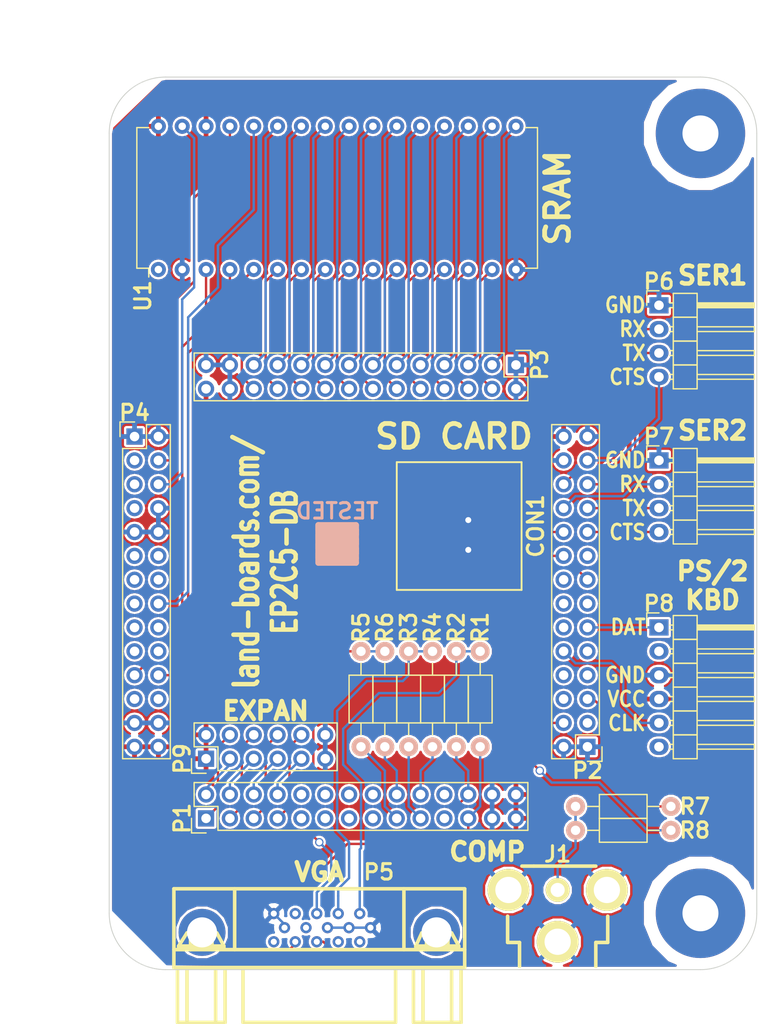
<source format=kicad_pcb>
(kicad_pcb (version 4) (host pcbnew "(after 2015-mar-04 BZR unknown)-product")
  (title_block (title "8-Channel Opto-Isolated Output I2C") (rev X1) (company land-boards.com))
  (layers (0 F.Cu signal) (31 B.Cu signal) (36 B.SilkS user) (37 F.SilkS user) (38 B.Mask user) (39 F.Mask user) (44 Edge.Cuts user))
  (net 0 "")
  (net 1 GND)
  (net 2 VCC)
  (net 3 /P63)
  (net 4 /P64)
  (net 5 /P65)
  (net 6 /P67)
  (net 7 /P71)
  (net 8 /P72)
  (net 9 /P112)
  (net 10 /P113)
  (net 11 /P114)
  (net 12 /P115)
  (net 13 /P118)
  (net 14 /P119)
  (net 15 /P120)
  (net 16 /P121)
  (net 17 /P122)
  (net 18 /P125)
  (net 19 /P126)
  (net 20 /P129)
  (net 21 /P132)
  (net 22 /P133)
  (net 23 /P134)
  (net 24 /P135)
  (net 25 /P136)
  (net 26 /P137)
  (net 27 /P139)
  (net 28 /P141)
  (net 29 /P142)
  (net 30 /P143)
  (net 31 /P8)
  (net 32 /P24)
  (net 33 /P30)
  (net 34 /P28)
  (net 35 /P4)
  (net 36 /P86)
  (net 37 /P87)
  (net 38 /P96)
  (net 39 /P99)
  (net 40 /P100)
  (net 41 /P101)
  (net 42 /P103)
  (net 43 /P104)
  (net 44 "Net-(P5-Pad3)")
  (net 45 "Net-(P5-Pad2)")
  (net 46 "Net-(P5-Pad1)")
  (net 47 "Net-(J1-Pad4)")
  (net 48 /P74)
  (net 49 /P75)
  (net 50 /P97)
  (net 51 /P94)
  (net 52 /P91)
  (net 53 /P40)
  (net 54 /P41)
  (net 55 /P42)
  (net 56 /P43)
  (net 57 /P44)
  (net 58 /P45)
  (net 59 /P47)
  (net 60 /P48)
  (module MTG-6-32 (layer F.Cu) (at 73 16 180)
    (fp_text reference MTG3 hide)
    (fp_text value MTG_HOLE hide)
    (pad 1 thru_hole circle (at 0 0 180) (size 9.525 9.525) (drill 3.8354) (layers *.Cu *.Mask) (clearance 1.27))
  )
  (module MTG-6-32 (layer F.Cu) (at 73 99 180)
    (fp_text reference MTG1 hide)
    (fp_text value MTG_HOLE hide)
    (pad 1 thru_hole circle (at 0 0 180) (size 9.525 9.525) (drill 3.8354) (layers *.Cu *.Mask) (clearance 1.27))
  )
  (module Pin_Headers:Pin_Header_Straight_2x14 (layer F.Cu) (at 20.32 88.9 90)
    (fp_text reference P1 (at 0 -2.54 90) (layer F.SilkS) (effects (font (size 1.651 1.651) (thickness 0.3175))))
    (fp_text value CONN_02X14 hide)
    (pad 1 thru_hole rect (at 0 0 90) (size 1.7272 1.7272) (drill 1.016) (layers *.Cu *.Mask) (net 53 /P40))
    (pad 2 thru_hole oval (at 2.54 0 90) (size 1.7272 1.7272) (drill 1.016) (layers *.Cu *.Mask) (net 54 /P41))
    (pad 3 thru_hole oval (at 0 2.54 90) (size 1.7272 1.7272) (drill 1.016) (layers *.Cu *.Mask) (net 55 /P42))
    (pad 4 thru_hole oval (at 2.54 2.54 90) (size 1.7272 1.7272) (drill 1.016) (layers *.Cu *.Mask) (net 56 /P43))
    (pad 5 thru_hole oval (at 0 5.08 90) (size 1.7272 1.7272) (drill 1.016) (layers *.Cu *.Mask) (net 57 /P44))
    (pad 6 thru_hole oval (at 2.54 5.08 90) (size 1.7272 1.7272) (drill 1.016) (layers *.Cu *.Mask) (net 58 /P45))
    (pad 7 thru_hole oval (at 0 7.62 90) (size 1.7272 1.7272) (drill 1.016) (layers *.Cu *.Mask) (net 59 /P47))
    (pad 8 thru_hole oval (at 2.54 7.62 90) (size 1.7272 1.7272) (drill 1.016) (layers *.Cu *.Mask) (net 60 /P48))
    (pad 9 thru_hole oval (at 0 10.16 90) (size 1.7272 1.7272) (drill 1.016) (layers *.Cu *.Mask))
    (pad 10 thru_hole oval (at 2.54 10.16 90) (size 1.7272 1.7272) (drill 1.016) (layers *.Cu *.Mask))
    (pad 11 thru_hole oval (at 0 12.7 90) (size 1.7272 1.7272) (drill 1.016) (layers *.Cu *.Mask))
    (pad 12 thru_hole oval (at 2.54 12.7 90) (size 1.7272 1.7272) (drill 1.016) (layers *.Cu *.Mask))
    (pad 13 thru_hole oval (at 0 15.24 90) (size 1.7272 1.7272) (drill 1.016) (layers *.Cu *.Mask))
    (pad 14 thru_hole oval (at 2.54 15.24 90) (size 1.7272 1.7272) (drill 1.016) (layers *.Cu *.Mask))
    (pad 15 thru_hole oval (at 0 17.78 90) (size 1.7272 1.7272) (drill 1.016) (layers *.Cu *.Mask))
    (pad 16 thru_hole oval (at 2.54 17.78 90) (size 1.7272 1.7272) (drill 1.016) (layers *.Cu *.Mask))
    (pad 17 thru_hole oval (at 0 20.32 90) (size 1.7272 1.7272) (drill 1.016) (layers *.Cu *.Mask) (net 3 /P63))
    (pad 18 thru_hole oval (at 2.54 20.32 90) (size 1.7272 1.7272) (drill 1.016) (layers *.Cu *.Mask) (net 4 /P64))
    (pad 19 thru_hole oval (at 0 22.86 90) (size 1.7272 1.7272) (drill 1.016) (layers *.Cu *.Mask) (net 5 /P65))
    (pad 20 thru_hole oval (at 2.54 22.86 90) (size 1.7272 1.7272) (drill 1.016) (layers *.Cu *.Mask) (net 6 /P67))
    (pad 21 thru_hole oval (at 0 25.4 90) (size 1.7272 1.7272) (drill 1.016) (layers *.Cu *.Mask))
    (pad 22 thru_hole oval (at 2.54 25.4 90) (size 1.7272 1.7272) (drill 1.016) (layers *.Cu *.Mask))
    (pad 23 thru_hole oval (at 0 27.94 90) (size 1.7272 1.7272) (drill 1.016) (layers *.Cu *.Mask) (net 7 /P71))
    (pad 24 thru_hole oval (at 2.54 27.94 90) (size 1.7272 1.7272) (drill 1.016) (layers *.Cu *.Mask) (net 8 /P72))
    (pad 25 thru_hole oval (at 0 30.48 90) (size 1.7272 1.7272) (drill 1.016) (layers *.Cu *.Mask) (net 1 GND))
    (pad 26 thru_hole oval (at 2.54 30.48 90) (size 1.7272 1.7272) (drill 1.016) (layers *.Cu *.Mask) (net 1 GND))
    (pad 27 thru_hole oval (at 0 33.02 90) (size 1.7272 1.7272) (drill 1.016) (layers *.Cu *.Mask) (net 2 VCC))
    (pad 28 thru_hole oval (at 2.54 33.02 90) (size 1.7272 1.7272) (drill 1.016) (layers *.Cu *.Mask) (net 2 VCC))
  )
  (module Pin_Headers:Pin_Header_Straight_2x14 (layer F.Cu) (at 60.96 81.28 180)
    (fp_text reference P2 (at 0 -2.54 180) (layer F.SilkS) (effects (font (size 1.651 1.651) (thickness 0.3175))))
    (fp_text value CONN_02X14 hide)
    (pad 1 thru_hole rect (at 0 0 180) (size 1.7272 1.7272) (drill 1.016) (layers *.Cu *.Mask) (net 1 GND))
    (pad 2 thru_hole oval (at 2.54 0 180) (size 1.7272 1.7272) (drill 1.016) (layers *.Cu *.Mask) (net 1 GND))
    (pad 3 thru_hole oval (at 0 2.54 180) (size 1.7272 1.7272) (drill 1.016) (layers *.Cu *.Mask))
    (pad 4 thru_hole oval (at 2.54 2.54 180) (size 1.7272 1.7272) (drill 1.016) (layers *.Cu *.Mask) (net 48 /P74))
    (pad 5 thru_hole oval (at 0 5.08 180) (size 1.7272 1.7272) (drill 1.016) (layers *.Cu *.Mask) (net 49 /P75))
    (pad 6 thru_hole oval (at 2.54 5.08 180) (size 1.7272 1.7272) (drill 1.016) (layers *.Cu *.Mask))
    (pad 7 thru_hole oval (at 0 7.62 180) (size 1.7272 1.7272) (drill 1.016) (layers *.Cu *.Mask))
    (pad 8 thru_hole oval (at 2.54 7.62 180) (size 1.7272 1.7272) (drill 1.016) (layers *.Cu *.Mask))
    (pad 9 thru_hole oval (at 0 10.16 180) (size 1.7272 1.7272) (drill 1.016) (layers *.Cu *.Mask))
    (pad 10 thru_hole oval (at 2.54 10.16 180) (size 1.7272 1.7272) (drill 1.016) (layers *.Cu *.Mask) (net 36 /P86))
    (pad 11 thru_hole oval (at 0 12.7 180) (size 1.7272 1.7272) (drill 1.016) (layers *.Cu *.Mask) (net 37 /P87))
    (pad 12 thru_hole oval (at 2.54 12.7 180) (size 1.7272 1.7272) (drill 1.016) (layers *.Cu *.Mask))
    (pad 13 thru_hole oval (at 0 15.24 180) (size 1.7272 1.7272) (drill 1.016) (layers *.Cu *.Mask))
    (pad 14 thru_hole oval (at 2.54 15.24 180) (size 1.7272 1.7272) (drill 1.016) (layers *.Cu *.Mask))
    (pad 15 thru_hole oval (at 0 17.78 180) (size 1.7272 1.7272) (drill 1.016) (layers *.Cu *.Mask) (net 52 /P91))
    (pad 16 thru_hole oval (at 2.54 17.78 180) (size 1.7272 1.7272) (drill 1.016) (layers *.Cu *.Mask))
    (pad 17 thru_hole oval (at 0 20.32 180) (size 1.7272 1.7272) (drill 1.016) (layers *.Cu *.Mask))
    (pad 18 thru_hole oval (at 2.54 20.32 180) (size 1.7272 1.7272) (drill 1.016) (layers *.Cu *.Mask) (net 51 /P94))
    (pad 19 thru_hole oval (at 0 22.86 180) (size 1.7272 1.7272) (drill 1.016) (layers *.Cu *.Mask) (net 38 /P96))
    (pad 20 thru_hole oval (at 2.54 22.86 180) (size 1.7272 1.7272) (drill 1.016) (layers *.Cu *.Mask) (net 50 /P97))
    (pad 21 thru_hole oval (at 0 25.4 180) (size 1.7272 1.7272) (drill 1.016) (layers *.Cu *.Mask) (net 39 /P99))
    (pad 22 thru_hole oval (at 2.54 25.4 180) (size 1.7272 1.7272) (drill 1.016) (layers *.Cu *.Mask) (net 40 /P100))
    (pad 23 thru_hole oval (at 0 27.94 180) (size 1.7272 1.7272) (drill 1.016) (layers *.Cu *.Mask) (net 41 /P101))
    (pad 24 thru_hole oval (at 2.54 27.94 180) (size 1.7272 1.7272) (drill 1.016) (layers *.Cu *.Mask) (net 42 /P103))
    (pad 25 thru_hole oval (at 0 30.48 180) (size 1.7272 1.7272) (drill 1.016) (layers *.Cu *.Mask) (net 43 /P104))
    (pad 26 thru_hole oval (at 2.54 30.48 180) (size 1.7272 1.7272) (drill 1.016) (layers *.Cu *.Mask) (net 1 GND))
    (pad 27 thru_hole oval (at 0 33.02 180) (size 1.7272 1.7272) (drill 1.016) (layers *.Cu *.Mask) (net 1 GND))
    (pad 28 thru_hole oval (at 2.54 33.02 180) (size 1.7272 1.7272) (drill 1.016) (layers *.Cu *.Mask) (net 2 VCC))
  )
  (module Pin_Headers:Pin_Header_Straight_2x14 (layer F.Cu) (at 53.34 40.64 270)
    (fp_text reference P3 (at 0 -2.54 270) (layer F.SilkS) (effects (font (size 1.651 1.651) (thickness 0.3175))))
    (fp_text value CONN_02X14 hide)
    (pad 1 thru_hole rect (at 0 0 270) (size 1.7272 1.7272) (drill 1.016) (layers *.Cu *.Mask) (net 1 GND))
    (pad 2 thru_hole oval (at 2.54 0 270) (size 1.7272 1.7272) (drill 1.016) (layers *.Cu *.Mask) (net 1 GND))
    (pad 3 thru_hole oval (at 0 2.54 270) (size 1.7272 1.7272) (drill 1.016) (layers *.Cu *.Mask) (net 9 /P112))
    (pad 4 thru_hole oval (at 2.54 2.54 270) (size 1.7272 1.7272) (drill 1.016) (layers *.Cu *.Mask) (net 10 /P113))
    (pad 5 thru_hole oval (at 0 5.08 270) (size 1.7272 1.7272) (drill 1.016) (layers *.Cu *.Mask) (net 11 /P114))
    (pad 6 thru_hole oval (at 2.54 5.08 270) (size 1.7272 1.7272) (drill 1.016) (layers *.Cu *.Mask) (net 12 /P115))
    (pad 7 thru_hole oval (at 0 7.62 270) (size 1.7272 1.7272) (drill 1.016) (layers *.Cu *.Mask) (net 13 /P118))
    (pad 8 thru_hole oval (at 2.54 7.62 270) (size 1.7272 1.7272) (drill 1.016) (layers *.Cu *.Mask) (net 14 /P119))
    (pad 9 thru_hole oval (at 0 10.16 270) (size 1.7272 1.7272) (drill 1.016) (layers *.Cu *.Mask) (net 15 /P120))
    (pad 10 thru_hole oval (at 2.54 10.16 270) (size 1.7272 1.7272) (drill 1.016) (layers *.Cu *.Mask) (net 16 /P121))
    (pad 11 thru_hole oval (at 0 12.7 270) (size 1.7272 1.7272) (drill 1.016) (layers *.Cu *.Mask) (net 17 /P122))
    (pad 12 thru_hole oval (at 2.54 12.7 270) (size 1.7272 1.7272) (drill 1.016) (layers *.Cu *.Mask) (net 18 /P125))
    (pad 13 thru_hole oval (at 0 15.24 270) (size 1.7272 1.7272) (drill 1.016) (layers *.Cu *.Mask) (net 19 /P126))
    (pad 14 thru_hole oval (at 2.54 15.24 270) (size 1.7272 1.7272) (drill 1.016) (layers *.Cu *.Mask) (net 20 /P129))
    (pad 15 thru_hole oval (at 0 17.78 270) (size 1.7272 1.7272) (drill 1.016) (layers *.Cu *.Mask) (net 21 /P132))
    (pad 16 thru_hole oval (at 2.54 17.78 270) (size 1.7272 1.7272) (drill 1.016) (layers *.Cu *.Mask) (net 22 /P133))
    (pad 17 thru_hole oval (at 0 20.32 270) (size 1.7272 1.7272) (drill 1.016) (layers *.Cu *.Mask) (net 23 /P134))
    (pad 18 thru_hole oval (at 2.54 20.32 270) (size 1.7272 1.7272) (drill 1.016) (layers *.Cu *.Mask) (net 24 /P135))
    (pad 19 thru_hole oval (at 0 22.86 270) (size 1.7272 1.7272) (drill 1.016) (layers *.Cu *.Mask) (net 25 /P136))
    (pad 20 thru_hole oval (at 2.54 22.86 270) (size 1.7272 1.7272) (drill 1.016) (layers *.Cu *.Mask) (net 26 /P137))
    (pad 21 thru_hole oval (at 0 25.4 270) (size 1.7272 1.7272) (drill 1.016) (layers *.Cu *.Mask) (net 27 /P139))
    (pad 22 thru_hole oval (at 2.54 25.4 270) (size 1.7272 1.7272) (drill 1.016) (layers *.Cu *.Mask) (net 28 /P141))
    (pad 23 thru_hole oval (at 0 27.94 270) (size 1.7272 1.7272) (drill 1.016) (layers *.Cu *.Mask) (net 29 /P142))
    (pad 24 thru_hole oval (at 2.54 27.94 270) (size 1.7272 1.7272) (drill 1.016) (layers *.Cu *.Mask) (net 30 /P143))
    (pad 25 thru_hole oval (at 0 30.48 270) (size 1.7272 1.7272) (drill 1.016) (layers *.Cu *.Mask) (net 1 GND))
    (pad 26 thru_hole oval (at 2.54 30.48 270) (size 1.7272 1.7272) (drill 1.016) (layers *.Cu *.Mask) (net 1 GND))
    (pad 27 thru_hole oval (at 0 33.02 270) (size 1.7272 1.7272) (drill 1.016) (layers *.Cu *.Mask) (net 1 GND))
    (pad 28 thru_hole oval (at 2.54 33.02 270) (size 1.7272 1.7272) (drill 1.016) (layers *.Cu *.Mask) (net 2 VCC))
  )
  (module Pin_Headers:Pin_Header_Straight_2x14 (layer F.Cu) (at 12.7 48.26)
    (fp_text reference P4 (at 0 -2.54) (layer F.SilkS) (effects (font (size 1.651 1.651) (thickness 0.3175))))
    (fp_text value CONN_02X14 hide)
    (pad 1 thru_hole rect (at 0 0) (size 1.7272 1.7272) (drill 1.016) (layers *.Cu *.Mask) (net 1 GND))
    (pad 2 thru_hole oval (at 2.54 0) (size 1.7272 1.7272) (drill 1.016) (layers *.Cu *.Mask) (net 1 GND))
    (pad 3 thru_hole oval (at 0 2.54) (size 1.7272 1.7272) (drill 1.016) (layers *.Cu *.Mask))
    (pad 4 thru_hole oval (at 2.54 2.54) (size 1.7272 1.7272) (drill 1.016) (layers *.Cu *.Mask) (net 35 /P4))
    (pad 5 thru_hole oval (at 0 5.08) (size 1.7272 1.7272) (drill 1.016) (layers *.Cu *.Mask))
    (pad 6 thru_hole oval (at 2.54 5.08) (size 1.7272 1.7272) (drill 1.016) (layers *.Cu *.Mask) (net 31 /P8))
    (pad 7 thru_hole oval (at 0 7.62) (size 1.7272 1.7272) (drill 1.016) (layers *.Cu *.Mask))
    (pad 8 thru_hole oval (at 2.54 7.62) (size 1.7272 1.7272) (drill 1.016) (layers *.Cu *.Mask) (net 1 GND))
    (pad 9 thru_hole oval (at 0 10.16) (size 1.7272 1.7272) (drill 1.016) (layers *.Cu *.Mask) (net 1 GND))
    (pad 10 thru_hole oval (at 2.54 10.16) (size 1.7272 1.7272) (drill 1.016) (layers *.Cu *.Mask) (net 1 GND))
    (pad 11 thru_hole oval (at 0 12.7) (size 1.7272 1.7272) (drill 1.016) (layers *.Cu *.Mask))
    (pad 12 thru_hole oval (at 2.54 12.7) (size 1.7272 1.7272) (drill 1.016) (layers *.Cu *.Mask))
    (pad 13 thru_hole oval (at 0 15.24) (size 1.7272 1.7272) (drill 1.016) (layers *.Cu *.Mask))
    (pad 14 thru_hole oval (at 2.54 15.24) (size 1.7272 1.7272) (drill 1.016) (layers *.Cu *.Mask))
    (pad 15 thru_hole oval (at 0 17.78) (size 1.7272 1.7272) (drill 1.016) (layers *.Cu *.Mask))
    (pad 16 thru_hole oval (at 2.54 17.78) (size 1.7272 1.7272) (drill 1.016) (layers *.Cu *.Mask) (net 32 /P24))
    (pad 17 thru_hole oval (at 0 20.32) (size 1.7272 1.7272) (drill 1.016) (layers *.Cu *.Mask))
    (pad 18 thru_hole oval (at 2.54 20.32) (size 1.7272 1.7272) (drill 1.016) (layers *.Cu *.Mask))
    (pad 19 thru_hole oval (at 0 22.86) (size 1.7272 1.7272) (drill 1.016) (layers *.Cu *.Mask))
    (pad 20 thru_hole oval (at 2.54 22.86) (size 1.7272 1.7272) (drill 1.016) (layers *.Cu *.Mask))
    (pad 21 thru_hole oval (at 0 25.4) (size 1.7272 1.7272) (drill 1.016) (layers *.Cu *.Mask) (net 33 /P30))
    (pad 22 thru_hole oval (at 2.54 25.4) (size 1.7272 1.7272) (drill 1.016) (layers *.Cu *.Mask) (net 34 /P28))
    (pad 23 thru_hole oval (at 0 27.94) (size 1.7272 1.7272) (drill 1.016) (layers *.Cu *.Mask))
    (pad 24 thru_hole oval (at 2.54 27.94) (size 1.7272 1.7272) (drill 1.016) (layers *.Cu *.Mask))
    (pad 25 thru_hole oval (at 0 30.48) (size 1.7272 1.7272) (drill 1.016) (layers *.Cu *.Mask) (net 1 GND))
    (pad 26 thru_hole oval (at 2.54 30.48) (size 1.7272 1.7272) (drill 1.016) (layers *.Cu *.Mask) (net 1 GND))
    (pad 27 thru_hole oval (at 0 33.02) (size 1.7272 1.7272) (drill 1.016) (layers *.Cu *.Mask) (net 2 VCC))
    (pad 28 thru_hole oval (at 2.54 33.02) (size 1.7272 1.7272) (drill 1.016) (layers *.Cu *.Mask) (net 2 VCC))
  )
  (module DougsNewMods:TEST_BLK-REAR (layer F.Cu) (at 34.29 59.69)
    (fp_text reference TESTED (at 0 -3.5) (layer B.SilkS) (effects (font (size 1.651 1.651) (thickness 0.3175)) (justify mirror)))
    (fp_text value TESTED_COUPON hide)
  )
  (module Housings_DIP:DIP-32_W15.24mm (layer F.Cu) (at 15.24 30.48 90)
    (fp_text reference U1 (at -2.8194 -1.651 90) (layer F.SilkS) (effects (font (size 1.651 1.651) (thickness 0.3175))))
    (fp_text value AS6C1008 hide)
    (pad 1 thru_hole oval (at 0 0 90) (size 1.6 1.6) (drill 0.8) (layers *.Cu *.Mask))
    (pad 2 thru_hole oval (at 0 2.54 90) (size 1.6 1.6) (drill 0.8) (layers *.Cu *.Mask) (net 1 GND))
    (pad 3 thru_hole oval (at 0 5.08 90) (size 1.6 1.6) (drill 0.8) (layers *.Cu *.Mask) (net 33 /P30))
    (pad 4 thru_hole oval (at 0 7.62 90) (size 1.6 1.6) (drill 0.8) (layers *.Cu *.Mask) (net 34 /P28))
    (pad 5 thru_hole oval (at 0 10.16 90) (size 1.6 1.6) (drill 0.8) (layers *.Cu *.Mask) (net 30 /P143))
    (pad 6 thru_hole oval (at 0 12.7 90) (size 1.6 1.6) (drill 0.8) (layers *.Cu *.Mask) (net 28 /P141))
    (pad 7 thru_hole oval (at 0 15.24 90) (size 1.6 1.6) (drill 0.8) (layers *.Cu *.Mask) (net 26 /P137))
    (pad 8 thru_hole oval (at 0 17.78 90) (size 1.6 1.6) (drill 0.8) (layers *.Cu *.Mask) (net 24 /P135))
    (pad 9 thru_hole oval (at 0 20.32 90) (size 1.6 1.6) (drill 0.8) (layers *.Cu *.Mask) (net 22 /P133))
    (pad 10 thru_hole oval (at 0 22.86 90) (size 1.6 1.6) (drill 0.8) (layers *.Cu *.Mask) (net 20 /P129))
    (pad 11 thru_hole oval (at 0 25.4 90) (size 1.6 1.6) (drill 0.8) (layers *.Cu *.Mask) (net 18 /P125))
    (pad 12 thru_hole oval (at 0 27.94 90) (size 1.6 1.6) (drill 0.8) (layers *.Cu *.Mask) (net 16 /P121))
    (pad 13 thru_hole oval (at 0 30.48 90) (size 1.6 1.6) (drill 0.8) (layers *.Cu *.Mask) (net 14 /P119))
    (pad 14 thru_hole oval (at 0 33.02 90) (size 1.6 1.6) (drill 0.8) (layers *.Cu *.Mask) (net 12 /P115))
    (pad 15 thru_hole oval (at 0 35.56 90) (size 1.6 1.6) (drill 0.8) (layers *.Cu *.Mask) (net 10 /P113))
    (pad 16 thru_hole oval (at 0 38.1 90) (size 1.6 1.6) (drill 0.8) (layers *.Cu *.Mask) (net 1 GND))
    (pad 17 thru_hole oval (at 15.24 38.1 90) (size 1.6 1.6) (drill 0.8) (layers *.Cu *.Mask) (net 9 /P112))
    (pad 18 thru_hole oval (at 15.24 35.56 90) (size 1.6 1.6) (drill 0.8) (layers *.Cu *.Mask) (net 11 /P114))
    (pad 19 thru_hole oval (at 15.24 33.02 90) (size 1.6 1.6) (drill 0.8) (layers *.Cu *.Mask) (net 13 /P118))
    (pad 20 thru_hole oval (at 15.24 30.48 90) (size 1.6 1.6) (drill 0.8) (layers *.Cu *.Mask) (net 15 /P120))
    (pad 21 thru_hole oval (at 15.24 27.94 90) (size 1.6 1.6) (drill 0.8) (layers *.Cu *.Mask) (net 17 /P122))
    (pad 22 thru_hole oval (at 15.24 25.4 90) (size 1.6 1.6) (drill 0.8) (layers *.Cu *.Mask) (net 19 /P126))
    (pad 23 thru_hole oval (at 15.24 22.86 90) (size 1.6 1.6) (drill 0.8) (layers *.Cu *.Mask) (net 21 /P132))
    (pad 24 thru_hole oval (at 15.24 20.32 90) (size 1.6 1.6) (drill 0.8) (layers *.Cu *.Mask) (net 23 /P134))
    (pad 25 thru_hole oval (at 15.24 17.78 90) (size 1.6 1.6) (drill 0.8) (layers *.Cu *.Mask) (net 25 /P136))
    (pad 26 thru_hole oval (at 15.24 15.24 90) (size 1.6 1.6) (drill 0.8) (layers *.Cu *.Mask) (net 27 /P139))
    (pad 27 thru_hole oval (at 15.24 12.7 90) (size 1.6 1.6) (drill 0.8) (layers *.Cu *.Mask) (net 29 /P142))
    (pad 28 thru_hole oval (at 15.24 10.16 90) (size 1.6 1.6) (drill 0.8) (layers *.Cu *.Mask) (net 32 /P24))
    (pad 29 thru_hole oval (at 15.24 7.62 90) (size 1.6 1.6) (drill 0.8) (layers *.Cu *.Mask) (net 35 /P4))
    (pad 30 thru_hole oval (at 15.24 5.08 90) (size 1.6 1.6) (drill 0.8) (layers *.Cu *.Mask) (net 2 VCC))
    (pad 31 thru_hole oval (at 15.24 2.54 90) (size 1.6 1.6) (drill 0.8) (layers *.Cu *.Mask) (net 31 /P8))
    (pad 32 thru_hole oval (at 15.24 0 90) (size 1.6 1.6) (drill 0.8) (layers *.Cu *.Mask) (net 2 VCC))
  )
  (module Resistors_ThroughHole:Resistor_Horizontal_RM10mm (layer F.Cu) (at 49.53 81.28 90)
    (fp_text reference R1 (at 12.7 0 270) (layer F.SilkS) (effects (font (size 1.651 1.651) (thickness 0.3175))))
    (fp_text value 470 hide)
    (pad 1 thru_hole circle (at 0 0 90) (size 1.99898 1.99898) (drill 1.00076) (layers *.Cu *.SilkS *.Mask) (net 7 /P71))
    (pad 2 thru_hole circle (at 10.16 0 90) (size 1.99898 1.99898) (drill 1.00076) (layers *.Cu *.SilkS *.Mask) (net 46 "Net-(P5-Pad1)"))
  )
  (module Resistors_ThroughHole:Resistor_Horizontal_RM10mm (layer F.Cu) (at 46.99 81.28 90)
    (fp_text reference R2 (at 12.7 0 270) (layer F.SilkS) (effects (font (size 1.651 1.651) (thickness 0.3175))))
    (fp_text value 680 hide)
    (pad 1 thru_hole circle (at 0 0 90) (size 1.99898 1.99898) (drill 1.00076) (layers *.Cu *.SilkS *.Mask) (net 8 /P72))
    (pad 2 thru_hole circle (at 10.16 0 90) (size 1.99898 1.99898) (drill 1.00076) (layers *.Cu *.SilkS *.Mask) (net 46 "Net-(P5-Pad1)"))
  )
  (module Resistors_ThroughHole:Resistor_Horizontal_RM10mm (layer F.Cu) (at 41.91 81.28 90)
    (fp_text reference R3 (at 12.7 0 270) (layer F.SilkS) (effects (font (size 1.651 1.651) (thickness 0.3175))))
    (fp_text value 470 hide)
    (pad 1 thru_hole circle (at 0 0 90) (size 1.99898 1.99898) (drill 1.00076) (layers *.Cu *.SilkS *.Mask) (net 5 /P65))
    (pad 2 thru_hole circle (at 10.16 0 90) (size 1.99898 1.99898) (drill 1.00076) (layers *.Cu *.SilkS *.Mask) (net 45 "Net-(P5-Pad2)"))
  )
  (module Resistors_ThroughHole:Resistor_Horizontal_RM10mm (layer F.Cu) (at 44.45 81.28 90)
    (fp_text reference R4 (at 12.7 0 270) (layer F.SilkS) (effects (font (size 1.651 1.651) (thickness 0.3175))))
    (fp_text value 680 hide)
    (pad 1 thru_hole circle (at 0 0 90) (size 1.99898 1.99898) (drill 1.00076) (layers *.Cu *.SilkS *.Mask) (net 6 /P67))
    (pad 2 thru_hole circle (at 10.16 0 90) (size 1.99898 1.99898) (drill 1.00076) (layers *.Cu *.SilkS *.Mask) (net 45 "Net-(P5-Pad2)"))
  )
  (module Resistors_ThroughHole:Resistor_Horizontal_RM10mm (layer F.Cu) (at 36.83 81.28 90)
    (fp_text reference R5 (at 12.7 0.0127 270) (layer F.SilkS) (effects (font (size 1.651 1.651) (thickness 0.3175))))
    (fp_text value 480 hide)
    (pad 1 thru_hole circle (at 0 0 90) (size 1.99898 1.99898) (drill 1.00076) (layers *.Cu *.SilkS *.Mask) (net 3 /P63))
    (pad 2 thru_hole circle (at 10.16 0 90) (size 1.99898 1.99898) (drill 1.00076) (layers *.Cu *.SilkS *.Mask) (net 44 "Net-(P5-Pad3)"))
  )
  (module Resistors_ThroughHole:Resistor_Horizontal_RM10mm (layer F.Cu) (at 39.37 81.28 90)
    (fp_text reference R6 (at 12.7 -0.0127 270) (layer F.SilkS) (effects (font (size 1.651 1.651) (thickness 0.3175))))
    (fp_text value 680 hide)
    (pad 1 thru_hole circle (at 0 0 90) (size 1.99898 1.99898) (drill 1.00076) (layers *.Cu *.SilkS *.Mask) (net 4 /P64))
    (pad 2 thru_hole circle (at 10.16 0 90) (size 1.99898 1.99898) (drill 1.00076) (layers *.Cu *.SilkS *.Mask) (net 44 "Net-(P5-Pad3)"))
  )
  (module w_conn_pc:DB_15F-VGA (layer F.Cu) (at 32.385 103.505)
    (fp_text reference P5 (at 6.35 -8.89) (layer F.SilkS) (effects (font (size 1.651 1.651) (thickness 0.3175))))
    (fp_text value VGA (at 0 -8.89) (layer F.SilkS) (effects (font (size 1.905 1.905) (thickness 0.47625))))
    (pad "" thru_hole circle (at 12.49426 -2.47142) (size 5.00126 5.00126) (drill 3.2004) (layers *.Cu *.Mask))
    (pad 3 thru_hole circle (at -0.2667 -4.4704) (size 1.19888 1.19888) (drill 0.65024) (layers *.Cu *.Mask) (net 44 "Net-(P5-Pad3)"))
    (pad 2 thru_hole circle (at 2.0193 -4.4704) (size 1.19888 1.19888) (drill 0.65024) (layers *.Cu *.Mask) (net 45 "Net-(P5-Pad2)"))
    (pad 1 thru_hole circle (at 4.31038 -4.4704) (size 1.19888 1.19888) (drill 0.65024) (layers *.Cu *.Mask) (net 46 "Net-(P5-Pad1)"))
    (pad 4 thru_hole circle (at -2.56032 -4.4704) (size 1.19888 1.19888) (drill 0.65024) (layers *.Cu *.Mask))
    (pad 5 thru_hole circle (at -4.84886 -4.4704) (size 1.19888 1.19888) (drill 0.65024) (layers *.Cu *.Mask) (net 1 GND))
    (pad 9 thru_hole circle (at -1.41478 -2.9718) (size 1.19888 1.19888) (drill 0.65024) (layers *.Cu *.Mask))
    (pad 8 thru_hole circle (at 0.87376 -2.9718) (size 1.19888 1.19888) (drill 0.65024) (layers *.Cu *.Mask) (net 1 GND))
    (pad 7 thru_hole circle (at 3.16484 -2.9718) (size 1.19888 1.19888) (drill 0.65024) (layers *.Cu *.Mask) (net 1 GND))
    (pad 6 thru_hole circle (at 5.45592 -2.9718) (size 1.19888 1.19888) (drill 0.65024) (layers *.Cu *.Mask) (net 1 GND))
    (pad "" thru_hole circle (at -12.49426 -2.47142) (size 5.00126 5.00126) (drill 3.2004) (layers *.Cu *.Mask))
    (pad 10 thru_hole circle (at -3.70586 -2.9718) (size 1.19888 1.19888) (drill 0.65024) (layers *.Cu *.Mask) (net 1 GND))
    (pad 11 thru_hole circle (at 4.31038 -1.47066) (size 1.19888 1.19888) (drill 0.65024) (layers *.Cu *.Mask))
    (pad 12 thru_hole circle (at 2.0193 -1.47066) (size 1.19888 1.19888) (drill 0.65024) (layers *.Cu *.Mask))
    (pad 13 thru_hole circle (at -0.26924 -1.4732) (size 1.19888 1.19888) (drill 0.65024) (layers *.Cu *.Mask) (net 7 /P71))
    (pad 14 thru_hole circle (at -2.56032 -1.47066) (size 1.19888 1.19888) (drill 0.65024) (layers *.Cu *.Mask) (net 8 /P72))
    (pad 15 thru_hole circle (at -4.84886 -1.47066) (size 1.19888 1.19888) (drill 0.65024) (layers *.Cu *.Mask))
  )
  (module Pin_Headers:Pin_Header_Angled_1x04 (layer F.Cu) (at 68.58 34.29)
    (fp_text reference P6 (at 0 -2.54) (layer F.SilkS) (effects (font (size 1.651 1.651) (thickness 0.3175))))
    (fp_text value CONN_01X04 hide)
    (pad 1 thru_hole rect (at 0 0) (size 2.032 1.7272) (drill 1.016) (layers *.Cu *.Mask) (net 1 GND))
    (pad 2 thru_hole oval (at 0 2.54) (size 2.032 1.7272) (drill 1.016) (layers *.Cu *.Mask) (net 42 /P103))
    (pad 3 thru_hole oval (at 0 5.08) (size 2.032 1.7272) (drill 1.016) (layers *.Cu *.Mask) (net 41 /P101))
    (pad 4 thru_hole oval (at 0 7.62) (size 2.032 1.7272) (drill 1.016) (layers *.Cu *.Mask) (net 43 /P104))
  )
  (module Pin_Headers:Pin_Header_Angled_1x04 (layer F.Cu) (at 68.58 50.8)
    (fp_text reference P7 (at 0 -2.54) (layer F.SilkS) (effects (font (size 1.651 1.651) (thickness 0.3175))))
    (fp_text value CONN_01X04 hide)
    (pad 1 thru_hole rect (at 0 0) (size 2.032 1.7272) (drill 1.016) (layers *.Cu *.Mask) (net 1 GND))
    (pad 2 thru_hole oval (at 0 2.54) (size 2.032 1.7272) (drill 1.016) (layers *.Cu *.Mask) (net 40 /P100))
    (pad 3 thru_hole oval (at 0 5.08) (size 2.032 1.7272) (drill 1.016) (layers *.Cu *.Mask) (net 39 /P99))
    (pad 4 thru_hole oval (at 0 7.62) (size 2.032 1.7272) (drill 1.016) (layers *.Cu *.Mask) (net 38 /P96))
  )
  (module Pin_Headers:Pin_Header_Angled_1x06 (layer F.Cu) (at 68.58 68.58)
    (fp_text reference P8 (at 0 -2.54) (layer F.SilkS) (effects (font (size 1.651 1.651) (thickness 0.3175))))
    (fp_text value CONN_01X06 hide)
    (pad 1 thru_hole rect (at 0 0) (size 2.032 1.7272) (drill 1.016) (layers *.Cu *.Mask) (net 37 /P87))
    (pad 2 thru_hole oval (at 0 2.54) (size 2.032 1.7272) (drill 1.016) (layers *.Cu *.Mask))
    (pad 3 thru_hole oval (at 0 5.08) (size 2.032 1.7272) (drill 1.016) (layers *.Cu *.Mask) (net 1 GND))
    (pad 4 thru_hole oval (at 0 7.62) (size 2.032 1.7272) (drill 1.016) (layers *.Cu *.Mask) (net 2 VCC))
    (pad 5 thru_hole oval (at 0 10.16) (size 2.032 1.7272) (drill 1.016) (layers *.Cu *.Mask) (net 36 /P86))
    (pad 6 thru_hole oval (at 0 12.7) (size 2.032 1.7272) (drill 1.016) (layers *.Cu *.Mask))
  )
  (module DougsNewMods:RCA (layer F.Cu) (at 57.785 96.52 180)
    (fp_text reference J1 (at 0 3.81 360) (layer F.SilkS) (effects (font (size 1.651 1.651) (thickness 0.3175))))
    (fp_text value RCA-JACK hide)
    (pad 1 thru_hole circle (at 0 -5.5118 180) (size 4.445 4.445) (drill 2.794) (layers *.Cu *.Mask F.SilkS) (net 1 GND))
    (pad 2 thru_hole circle (at -5.2451 0 180) (size 4.445 4.445) (drill 2.794) (layers *.Cu *.Mask F.SilkS) (net 1 GND))
    (pad 3 thru_hole circle (at 5.2451 0 180) (size 4.445 4.445) (drill 2.794) (layers *.Cu *.Mask F.SilkS) (net 1 GND))
    (pad 4 thru_hole circle (at 0 0 180) (size 2.54 2.54) (drill 1.4986) (layers *.Cu *.Mask F.SilkS) (net 47 "Net-(J1-Pad4)"))
  )
  (module Resistors_ThroughHole:Resistor_Horizontal_RM10mm (layer F.Cu) (at 69.85 87.63 180)
    (fp_text reference R7 (at -2.54 0 180) (layer F.SilkS) (effects (font (size 1.651 1.651) (thickness 0.3175))))
    (fp_text value 470 hide)
    (pad 1 thru_hole circle (at 0 0 180) (size 1.99898 1.99898) (drill 1.00076) (layers *.Cu *.SilkS *.Mask) (net 49 /P75))
    (pad 2 thru_hole circle (at 10.16 0 180) (size 1.99898 1.99898) (drill 1.00076) (layers *.Cu *.SilkS *.Mask) (net 47 "Net-(J1-Pad4)"))
  )
  (module Resistors_ThroughHole:Resistor_Horizontal_RM10mm (layer F.Cu) (at 69.85 90.17 180)
    (fp_text reference R8 (at -2.54 0 180) (layer F.SilkS) (effects (font (size 1.651 1.651) (thickness 0.3175))))
    (fp_text value 1K hide)
    (pad 1 thru_hole circle (at 0 0 180) (size 1.99898 1.99898) (drill 1.00076) (layers *.Cu *.SilkS *.Mask) (net 48 /P74))
    (pad 2 thru_hole circle (at 10.16 0 180) (size 1.99898 1.99898) (drill 1.00076) (layers *.Cu *.SilkS *.Mask) (net 47 "Net-(J1-Pad4)"))
  )
  (module DougsNewMods:MICRO_SD_HINGE_AMP (layer F.Cu) (at 40.64 57.785 90)
    (fp_text reference CON1 (at 0 14.8 90) (layer F.SilkS) (effects (font (size 1.651 1.651) (thickness 0.3175))))
    (fp_text value SD_Card hide)
    (pad 1 smd rect (at 3.16992 9.46912 90) (size 0.59944 1.04902) (layers F.Cu F.Mask))
    (pad 2 smd rect (at 2.0701 9.46912 90) (size 0.59944 1.04902) (layers F.Cu F.Mask) (net 50 /P97))
    (pad 3 smd rect (at 0.97028 9.46912 90) (size 0.59944 1.04902) (layers F.Cu F.Mask) (net 1 GND))
    (pad 4 smd rect (at -0.12954 9.46912 90) (size 0.59944 1.04902) (layers F.Cu F.Mask) (net 2 VCC))
    (pad 5 smd rect (at -1.22936 9.46912 90) (size 0.59944 1.04902) (layers F.Cu F.Mask) (net 51 /P94))
    (pad 6 smd rect (at -2.32918 9.46912 90) (size 0.59944 1.04902) (layers F.Cu F.Mask) (net 1 GND))
    (pad 7 smd rect (at -3.429 9.46912 90) (size 0.59944 1.04902) (layers F.Cu F.Mask) (net 52 /P91))
    (pad 8 smd rect (at -4.52882 9.46912 90) (size 0.59944 1.04902) (layers F.Cu F.Mask))
    (pad SHLD smd rect (at 6.72592 11.99896 90) (size 1.04902 1.50114) (layers F.Cu F.Mask))
    (pad SHLD smd rect (at -6.72592 11.99896 90) (size 1.04902 1.50114) (layers F.Cu F.Mask))
    (pad SHLD smd rect (at 6.72592 3.59918 90) (size 1.04902 1.50114) (layers F.Cu F.Mask))
    (pad SHLD smd rect (at -6.72592 3.59918 90) (size 1.04902 1.50114) (layers F.Cu F.Mask))
  )
  (module Pin_Headers:Pin_Header_Straight_2x06 (layer F.Cu) (at 20.32 82.55 90)
    (fp_text reference P9 (at 0 -2.54 90) (layer F.SilkS) (effects (font (size 1.651 1.651) (thickness 0.3175))))
    (fp_text value CONN_02X06 hide)
    (pad 1 thru_hole rect (at 0 0 90) (size 1.7272 1.7272) (drill 1.016) (layers *.Cu *.Mask) (net 2 VCC))
    (pad 2 thru_hole oval (at 2.54 0 90) (size 1.7272 1.7272) (drill 1.016) (layers *.Cu *.Mask) (net 2 VCC))
    (pad 3 thru_hole oval (at 0 2.54 90) (size 1.7272 1.7272) (drill 1.016) (layers *.Cu *.Mask) (net 54 /P41))
    (pad 4 thru_hole oval (at 2.54 2.54 90) (size 1.7272 1.7272) (drill 1.016) (layers *.Cu *.Mask) (net 53 /P40))
    (pad 5 thru_hole oval (at 0 5.08 90) (size 1.7272 1.7272) (drill 1.016) (layers *.Cu *.Mask) (net 56 /P43))
    (pad 6 thru_hole oval (at 2.54 5.08 90) (size 1.7272 1.7272) (drill 1.016) (layers *.Cu *.Mask) (net 55 /P42))
    (pad 7 thru_hole oval (at 0 7.62 90) (size 1.7272 1.7272) (drill 1.016) (layers *.Cu *.Mask) (net 58 /P45))
    (pad 8 thru_hole oval (at 2.54 7.62 90) (size 1.7272 1.7272) (drill 1.016) (layers *.Cu *.Mask) (net 57 /P44))
    (pad 9 thru_hole oval (at 0 10.16 90) (size 1.7272 1.7272) (drill 1.016) (layers *.Cu *.Mask) (net 60 /P48))
    (pad 10 thru_hole oval (at 2.54 10.16 90) (size 1.7272 1.7272) (drill 1.016) (layers *.Cu *.Mask) (net 59 /P47))
    (pad 11 thru_hole oval (at 0 12.7 90) (size 1.7272 1.7272) (drill 1.016) (layers *.Cu *.Mask) (net 1 GND))
    (pad 12 thru_hole oval (at 2.54 12.7 90) (size 1.7272 1.7272) (drill 1.016) (layers *.Cu *.Mask) (net 1 GND))
  )
  (gr_text EXPAN (at 26.67 77.47) (layer F.SilkS) (effects (font (size 1.905 1.905) (thickness 0.47625))))
  (gr_text "DAT\n\nGND\nVCC\nCLK\n " (at 67.31 74.93) (layer F.SilkS) (effects (font (size 1.5875 1.397) (thickness 0.3)) (justify right)))
  (gr_text COMP (at 50.292 92.456) (layer F.SilkS) (effects (font (size 1.905 1.905) (thickness 0.47625))))
  (gr_text "SD CARD" (at 46.736 48.26) (layer F.SilkS) (effects (font (size 2.54 2.54) (thickness 0.508))))
  (gr_text SRAM (at 57.785 22.86 90) (layer F.SilkS) (effects (font (size 2.54 2.54) (thickness 0.508))))
  (gr_text "GND\nRX\nTX\nCTS" (at 67.31 54.61) (layer F.SilkS) (effects (font (size 1.5875 1.397) (thickness 0.3)) (justify right)))
  (gr_text "GND\nRX\nTX\nCTS" (at 67.31 38.1) (layer F.SilkS) (effects (font (size 1.5875 1.397) (thickness 0.3)) (justify right)))
  (gr_line (start 16 105) (end 73 105) (angle 90) (layer Edge.Cuts) (width 0.1))
  (gr_line (start 73 10) (end 16 10) (angle 90) (layer Edge.Cuts) (width 0.1))
  (gr_text "PS/2\nKBD" (at 74.295 64.135) (layer F.SilkS) (effects (font (size 1.905 1.905) (thickness 0.47625))))
  (gr_text SER2 (at 74.295 47.625) (layer F.SilkS) (effects (font (size 1.905 1.905) (thickness 0.47625))))
  (gr_text SER1 (at 74.295 31.115) (layer F.SilkS) (effects (font (size 1.905 1.905) (thickness 0.47625))))
  (gr_line (start 79 99) (end 79 16) (angle 90) (layer Edge.Cuts) (width 0.1))
  (gr_line (start 10 99) (end 10 16) (angle 90) (layer Edge.Cuts) (width 0.1))
  (gr_arc (start 16 99) (end 16 105) (angle 90) (layer Edge.Cuts) (width 0.1))
  (gr_arc (start 73 99) (end 79 99) (angle 90) (layer Edge.Cuts) (width 0.1))
  (gr_arc (start 73 16) (end 73 10) (angle 90) (layer Edge.Cuts) (width 0.1))
  (gr_arc (start 16 16) (end 10 16) (angle 90) (layer Edge.Cuts) (width 0.1))
  (gr_text "land-boards.com/\nEP2C5-DB" (at 26.67 61.595 90) (layer F.SilkS) (effects (font (size 2.54 1.905) (thickness 0.47625))))
  (segment (start 28.67914 100.1776) (end 27.53614 99.0346) (width 0.254) (layer B.Cu) (net 1))
  (segment (start 28.67914 100.5332) (end 28.67914 100.1776) (width 0.254) (layer B.Cu) (net 1))
  (segment (start 35.54984 100.5332) (end 37.84092 100.5332) (width 0.254) (layer B.Cu) (net 1))
  (segment (start 33.25876 100.5332) (end 35.54984 100.5332) (width 0.254) (layer B.Cu) (net 1))
  (segment (start 48.59528 56.81472) (end 48.26 57.15) (width 0.254) (layer F.Cu) (net 1))
  (via (at 48.26 57.15) (size 0.889) (layers F.Cu B.Cu) (net 1))
  (segment (start 50.10912 56.81472) (end 48.59528 56.81472) (width 0.254) (layer F.Cu) (net 1))
  (segment (start 48.47082 60.11418) (end 48.26 60.325) (width 0.254) (layer F.Cu) (net 1))
  (via (at 48.26 60.325) (size 0.889) (layers F.Cu B.Cu) (net 1))
  (segment (start 50.10912 60.11418) (end 48.47082 60.11418) (width 0.254) (layer F.Cu) (net 1))
  (segment (start 36.83 81.28) (end 39.37 83.82) (width 0.254) (layer B.Cu) (net 3))
  (segment (start 39.37 87.63) (end 40.64 88.9) (width 0.254) (layer B.Cu) (net 3))
  (segment (start 39.37 83.82) (end 39.37 87.63) (width 0.254) (layer B.Cu) (net 3))
  (segment (start 36.83 81.28) (end 36.83 81.915) (width 0.254) (layer B.Cu) (net 3))
  (segment (start 39.37 81.28) (end 39.37 82.55) (width 0.254) (layer B.Cu) (net 4))
  (segment (start 40.64 83.82) (end 40.64 86.36) (width 0.254) (layer B.Cu) (net 4))
  (segment (start 39.37 82.55) (end 40.64 83.82) (width 0.254) (layer B.Cu) (net 4))
  (segment (start 41.91 87.63) (end 43.18 88.9) (width 0.254) (layer B.Cu) (net 5))
  (segment (start 41.91 81.28) (end 41.91 87.63) (width 0.254) (layer B.Cu) (net 5))
  (segment (start 44.45 82.55) (end 43.18 83.82) (width 0.254) (layer B.Cu) (net 6))
  (segment (start 43.18 83.82) (end 43.18 86.36) (width 0.254) (layer B.Cu) (net 6))
  (segment (start 44.45 81.28) (end 44.45 82.55) (width 0.254) (layer B.Cu) (net 6))
  (segment (start 32.11576 102.0318) (end 32.8168 102.0318) (width 0.254) (layer F.Cu) (net 7))
  (segment (start 48.26 92.075) (end 48.26 88.9) (width 0.254) (layer F.Cu) (net 7))
  (segment (start 46.99 93.345) (end 48.26 92.075) (width 0.254) (layer F.Cu) (net 7))
  (segment (start 41.275 93.345) (end 46.99 93.345) (width 0.254) (layer F.Cu) (net 7))
  (segment (start 39.37 95.25) (end 41.275 93.345) (width 0.254) (layer F.Cu) (net 7))
  (segment (start 39.37 102.235) (end 39.37 95.25) (width 0.254) (layer F.Cu) (net 7))
  (segment (start 38.1 103.505) (end 39.37 102.235) (width 0.254) (layer F.Cu) (net 7))
  (segment (start 34.29 103.505) (end 38.1 103.505) (width 0.254) (layer F.Cu) (net 7))
  (segment (start 32.8168 102.0318) (end 34.29 103.505) (width 0.254) (layer F.Cu) (net 7))
  (segment (start 46.5963 93.1672) (end 48.26 91.5035) (width 0.254) (layer F.Cu) (net 7))
  (segment (start 48.26 91.5035) (end 48.26 88.9) (width 0.254) (layer F.Cu) (net 7))
  (segment (start 49.53 81.28) (end 49.53 87.63) (width 0.254) (layer B.Cu) (net 7))
  (segment (start 49.53 87.63) (end 48.26 88.9) (width 0.254) (layer B.Cu) (net 7))
  (segment (start 46.5963 93.1672) (end 48.26 91.5035) (width 0.1524) (layer F.Cu) (net 7))
  (segment (start 48.26 91.5035) (end 48.26 88.9) (width 0.1524) (layer F.Cu) (net 7))
  (segment (start 29.82468 102.03434) (end 29.82468 102.25532) (width 0.254) (layer F.Cu) (net 8))
  (segment (start 29.82468 102.25532) (end 28.575 103.505) (width 0.254) (layer F.Cu) (net 8))
  (segment (start 27.305 93.98) (end 33.02 93.98) (width 0.254) (layer F.Cu) (net 8))
  (segment (start 26.035 95.25) (end 27.305 93.98) (width 0.254) (layer F.Cu) (net 8))
  (segment (start 26.035 102.87) (end 26.035 95.25) (width 0.254) (layer F.Cu) (net 8))
  (segment (start 26.67 103.505) (end 26.035 102.87) (width 0.254) (layer F.Cu) (net 8))
  (segment (start 28.575 103.505) (end 26.67 103.505) (width 0.254) (layer F.Cu) (net 8))
  (segment (start 37.465 91.6178) (end 45.8724 91.6178) (width 0.254) (layer F.Cu) (net 8))
  (segment (start 45.8724 91.6178) (end 46.99 90.5002) (width 0.254) (layer F.Cu) (net 8))
  (segment (start 46.99 90.5002) (end 46.99 87.63) (width 0.254) (layer F.Cu) (net 8))
  (segment (start 46.99 87.63) (end 48.26 86.36) (width 0.254) (layer F.Cu) (net 8))
  (segment (start 37.465 91.6178) (end 35.3822 91.6178) (width 0.254) (layer F.Cu) (net 8))
  (segment (start 35.3822 91.6178) (end 33.02 93.98) (width 0.254) (layer F.Cu) (net 8))
  (segment (start 46.99 81.28) (end 46.99 82.55) (width 0.254) (layer B.Cu) (net 8))
  (segment (start 48.26 83.82) (end 48.26 86.36) (width 0.254) (layer B.Cu) (net 8))
  (segment (start 46.99 82.55) (end 48.26 83.82) (width 0.254) (layer B.Cu) (net 8))
  (segment (start 45.8724 91.6178) (end 46.99 90.5002) (width 0.1524) (layer F.Cu) (net 8))
  (segment (start 46.99 90.5002) (end 46.99 87.63) (width 0.1524) (layer F.Cu) (net 8))
  (segment (start 46.99 87.63) (end 48.26 86.36) (width 0.1524) (layer F.Cu) (net 8))
  (segment (start 50.8 40.64) (end 52.07 39.37) (width 0.254) (layer B.Cu) (net 9))
  (segment (start 52.07 16.51) (end 53.34 15.24) (width 0.254) (layer B.Cu) (net 9))
  (segment (start 52.07 39.37) (end 52.07 16.51) (width 0.254) (layer B.Cu) (net 9))
  (segment (start 50.8 43.18) (end 49.53 41.91) (width 0.254) (layer F.Cu) (net 10))
  (segment (start 49.53 31.75) (end 50.8 30.48) (width 0.254) (layer F.Cu) (net 10))
  (segment (start 49.53 41.91) (end 49.53 31.75) (width 0.254) (layer F.Cu) (net 10))
  (segment (start 48.26 40.64) (end 49.53 39.37) (width 0.254) (layer B.Cu) (net 11))
  (segment (start 49.53 16.51) (end 50.8 15.24) (width 0.254) (layer B.Cu) (net 11))
  (segment (start 49.53 39.37) (end 49.53 16.51) (width 0.254) (layer B.Cu) (net 11))
  (segment (start 48.26 43.18) (end 46.99 41.91) (width 0.254) (layer F.Cu) (net 12))
  (segment (start 46.99 31.75) (end 48.26 30.48) (width 0.254) (layer F.Cu) (net 12))
  (segment (start 46.99 41.91) (end 46.99 31.75) (width 0.254) (layer F.Cu) (net 12))
  (segment (start 45.72 40.64) (end 46.99 39.37) (width 0.254) (layer B.Cu) (net 13))
  (segment (start 46.99 16.51) (end 48.26 15.24) (width 0.254) (layer B.Cu) (net 13))
  (segment (start 46.99 39.37) (end 46.99 16.51) (width 0.254) (layer B.Cu) (net 13))
  (segment (start 45.72 43.18) (end 44.45 41.91) (width 0.254) (layer F.Cu) (net 14))
  (segment (start 44.45 31.75) (end 45.72 30.48) (width 0.254) (layer F.Cu) (net 14))
  (segment (start 44.45 41.91) (end 44.45 31.75) (width 0.254) (layer F.Cu) (net 14))
  (segment (start 43.18 40.64) (end 44.45 39.37) (width 0.254) (layer B.Cu) (net 15))
  (segment (start 44.45 16.51) (end 45.72 15.24) (width 0.254) (layer B.Cu) (net 15))
  (segment (start 44.45 39.37) (end 44.45 16.51) (width 0.254) (layer B.Cu) (net 15))
  (segment (start 43.18 43.18) (end 41.91 41.91) (width 0.254) (layer F.Cu) (net 16))
  (segment (start 41.91 31.75) (end 43.18 30.48) (width 0.254) (layer F.Cu) (net 16))
  (segment (start 41.91 41.91) (end 41.91 31.75) (width 0.254) (layer F.Cu) (net 16))
  (segment (start 40.64 40.64) (end 41.91 39.37) (width 0.254) (layer B.Cu) (net 17))
  (segment (start 41.91 16.51) (end 43.18 15.24) (width 0.254) (layer B.Cu) (net 17))
  (segment (start 41.91 39.37) (end 41.91 16.51) (width 0.254) (layer B.Cu) (net 17))
  (segment (start 40.64 43.18) (end 39.37 41.91) (width 0.254) (layer F.Cu) (net 18))
  (segment (start 39.37 31.75) (end 40.64 30.48) (width 0.254) (layer F.Cu) (net 18))
  (segment (start 39.37 41.91) (end 39.37 31.75) (width 0.254) (layer F.Cu) (net 18))
  (segment (start 38.1 40.64) (end 39.37 39.37) (width 0.254) (layer B.Cu) (net 19))
  (segment (start 39.37 16.51) (end 40.64 15.24) (width 0.254) (layer B.Cu) (net 19))
  (segment (start 39.37 39.37) (end 39.37 16.51) (width 0.254) (layer B.Cu) (net 19))
  (segment (start 38.1 43.18) (end 36.83 41.91) (width 0.254) (layer F.Cu) (net 20))
  (segment (start 36.83 31.75) (end 38.1 30.48) (width 0.254) (layer F.Cu) (net 20))
  (segment (start 36.83 41.91) (end 36.83 31.75) (width 0.254) (layer F.Cu) (net 20))
  (segment (start 35.56 40.64) (end 36.83 39.37) (width 0.254) (layer B.Cu) (net 21))
  (segment (start 36.83 16.51) (end 38.1 15.24) (width 0.254) (layer B.Cu) (net 21))
  (segment (start 36.83 39.37) (end 36.83 16.51) (width 0.254) (layer B.Cu) (net 21))
  (segment (start 35.56 43.18) (end 34.29 41.91) (width 0.254) (layer F.Cu) (net 22))
  (segment (start 34.29 31.75) (end 35.56 30.48) (width 0.254) (layer F.Cu) (net 22))
  (segment (start 34.29 41.91) (end 34.29 31.75) (width 0.254) (layer F.Cu) (net 22))
  (segment (start 33.02 40.64) (end 34.29 39.37) (width 0.254) (layer B.Cu) (net 23))
  (segment (start 34.29 16.51) (end 35.56 15.24) (width 0.254) (layer B.Cu) (net 23))
  (segment (start 34.29 39.37) (end 34.29 16.51) (width 0.254) (layer B.Cu) (net 23))
  (segment (start 33.02 43.18) (end 31.75 41.91) (width 0.254) (layer F.Cu) (net 24))
  (segment (start 31.75 31.75) (end 33.02 30.48) (width 0.254) (layer F.Cu) (net 24))
  (segment (start 31.75 41.91) (end 31.75 31.75) (width 0.254) (layer F.Cu) (net 24))
  (segment (start 30.48 40.64) (end 31.75 39.37) (width 0.254) (layer B.Cu) (net 25))
  (segment (start 31.75 16.51) (end 33.02 15.24) (width 0.254) (layer B.Cu) (net 25))
  (segment (start 31.75 39.37) (end 31.75 16.51) (width 0.254) (layer B.Cu) (net 25))
  (segment (start 30.48 43.18) (end 29.21 41.91) (width 0.254) (layer F.Cu) (net 26))
  (segment (start 29.21 31.75) (end 30.48 30.48) (width 0.254) (layer F.Cu) (net 26))
  (segment (start 29.21 41.91) (end 29.21 31.75) (width 0.254) (layer F.Cu) (net 26))
  (segment (start 27.94 40.64) (end 29.21 39.37) (width 0.254) (layer B.Cu) (net 27))
  (segment (start 29.21 16.51) (end 30.48 15.24) (width 0.254) (layer B.Cu) (net 27))
  (segment (start 29.21 39.37) (end 29.21 16.51) (width 0.254) (layer B.Cu) (net 27))
  (segment (start 27.94 43.18) (end 26.67 41.91) (width 0.254) (layer F.Cu) (net 28))
  (segment (start 26.67 31.75) (end 27.94 30.48) (width 0.254) (layer F.Cu) (net 28))
  (segment (start 26.67 41.91) (end 26.67 31.75) (width 0.254) (layer F.Cu) (net 28))
  (segment (start 25.4 40.64) (end 26.67 39.37) (width 0.254) (layer B.Cu) (net 29))
  (segment (start 26.67 16.51) (end 27.94 15.24) (width 0.254) (layer B.Cu) (net 29))
  (segment (start 26.67 39.37) (end 26.67 16.51) (width 0.254) (layer B.Cu) (net 29))
  (segment (start 25.4 43.18) (end 24.13 41.91) (width 0.254) (layer F.Cu) (net 30))
  (segment (start 24.13 31.75) (end 25.4 30.48) (width 0.254) (layer F.Cu) (net 30))
  (segment (start 24.13 41.91) (end 24.13 31.75) (width 0.254) (layer F.Cu) (net 30))
  (segment (start 15.24 53.34) (end 16.51 53.34) (width 0.254) (layer B.Cu) (net 31))
  (segment (start 19.05 16.51) (end 17.78 15.24) (width 0.254) (layer B.Cu) (net 31))
  (segment (start 19.05 32.385) (end 19.05 16.51) (width 0.254) (layer B.Cu) (net 31))
  (segment (start 17.78 33.655) (end 19.05 32.385) (width 0.254) (layer B.Cu) (net 31))
  (segment (start 17.78 52.07) (end 17.78 33.655) (width 0.254) (layer B.Cu) (net 31))
  (segment (start 16.51 53.34) (end 17.78 52.07) (width 0.254) (layer B.Cu) (net 31))
  (segment (start 15.24 66.04) (end 17.145 66.04) (width 0.254) (layer B.Cu) (net 32))
  (segment (start 25.4 24.13) (end 25.4 15.24) (width 0.254) (layer B.Cu) (net 32))
  (segment (start 21.59 27.94) (end 25.4 24.13) (width 0.254) (layer B.Cu) (net 32))
  (segment (start 21.59 32.385) (end 21.59 27.94) (width 0.254) (layer B.Cu) (net 32))
  (segment (start 18.415 35.56) (end 21.59 32.385) (width 0.254) (layer B.Cu) (net 32))
  (segment (start 18.415 64.77) (end 18.415 35.56) (width 0.254) (layer B.Cu) (net 32))
  (segment (start 17.145 66.04) (end 18.415 64.77) (width 0.254) (layer B.Cu) (net 32))
  (segment (start 12.7 73.66) (end 13.97 72.39) (width 0.254) (layer F.Cu) (net 33))
  (segment (start 13.97 72.39) (end 16.51 72.39) (width 0.254) (layer F.Cu) (net 33))
  (segment (start 17.78 71.12) (end 17.78 68.58) (width 0.254) (layer F.Cu) (net 33))
  (segment (start 16.51 72.39) (end 17.78 71.12) (width 0.254) (layer F.Cu) (net 33))
  (segment (start 20.32 30.48) (end 20.32 36.195) (width 0.254) (layer F.Cu) (net 33))
  (segment (start 17.78 38.735) (end 17.78 68.58) (width 0.254) (layer F.Cu) (net 33))
  (segment (start 20.32 36.195) (end 17.78 38.735) (width 0.254) (layer F.Cu) (net 33))
  (segment (start 15.24 73.66) (end 17.78 73.66) (width 0.254) (layer F.Cu) (net 34))
  (segment (start 18.415 73.025) (end 18.415 71.12) (width 0.254) (layer F.Cu) (net 34))
  (segment (start 17.78 73.66) (end 18.415 73.025) (width 0.254) (layer F.Cu) (net 34))
  (segment (start 15.24 73.66) (end 15.875 73.66) (width 0.254) (layer F.Cu) (net 34))
  (segment (start 18.415 71.12) (end 18.415 39.37) (width 0.254) (layer F.Cu) (net 34))
  (segment (start 22.86 34.925) (end 22.86 30.48) (width 0.254) (layer F.Cu) (net 34))
  (segment (start 18.415 39.37) (end 22.86 34.925) (width 0.254) (layer F.Cu) (net 34))
  (segment (start 15.24 50.8) (end 16.51 50.8) (width 0.254) (layer F.Cu) (net 35))
  (segment (start 22.86 19.05) (end 22.86 15.24) (width 0.254) (layer F.Cu) (net 35))
  (segment (start 19.05 22.86) (end 22.86 19.05) (width 0.254) (layer F.Cu) (net 35))
  (segment (start 19.05 31.75) (end 19.05 22.86) (width 0.254) (layer F.Cu) (net 35))
  (segment (start 17.145 33.655) (end 19.05 31.75) (width 0.254) (layer F.Cu) (net 35))
  (segment (start 17.145 50.165) (end 17.145 33.655) (width 0.254) (layer F.Cu) (net 35))
  (segment (start 16.51 50.8) (end 17.145 50.165) (width 0.254) (layer F.Cu) (net 35))
  (segment (start 59.69 72.39) (end 63.5 72.39) (width 0.254) (layer B.Cu) (net 36))
  (segment (start 63.5 72.39) (end 64.77 73.66) (width 0.254) (layer B.Cu) (net 36))
  (segment (start 64.77 73.66) (end 64.77 76.835) (width 0.254) (layer B.Cu) (net 36))
  (segment (start 64.77 76.835) (end 66.675 78.74) (width 0.254) (layer B.Cu) (net 36))
  (segment (start 66.675 78.74) (end 68.58 78.74) (width 0.254) (layer B.Cu) (net 36))
  (segment (start 58.42 71.12) (end 59.69 72.39) (width 0.254) (layer B.Cu) (net 36))
  (segment (start 60.96 68.58) (end 68.58 68.58) (width 0.254) (layer B.Cu) (net 37))
  (segment (start 60.96 58.42) (end 68.58 58.42) (width 0.254) (layer F.Cu) (net 38))
  (segment (start 60.96 58.42) (end 61.595 58.42) (width 0.254) (layer F.Cu) (net 38))
  (segment (start 60.96 55.88) (end 68.58 55.88) (width 0.254) (layer F.Cu) (net 39))
  (segment (start 58.42 55.88) (end 59.69 54.61) (width 0.254) (layer B.Cu) (net 40))
  (segment (start 66.04 53.34) (end 68.58 53.34) (width 0.254) (layer B.Cu) (net 40))
  (segment (start 64.77 54.61) (end 66.04 53.34) (width 0.254) (layer B.Cu) (net 40))
  (segment (start 59.69 54.61) (end 64.77 54.61) (width 0.254) (layer B.Cu) (net 40))
  (segment (start 60.96 53.34) (end 62.865 53.34) (width 0.254) (layer F.Cu) (net 41))
  (segment (start 66.675 39.37) (end 68.58 39.37) (width 0.254) (layer F.Cu) (net 41))
  (segment (start 66.04 40.005) (end 66.675 39.37) (width 0.254) (layer F.Cu) (net 41))
  (segment (start 66.04 50.165) (end 66.04 40.005) (width 0.254) (layer F.Cu) (net 41))
  (segment (start 62.865 53.34) (end 66.04 50.165) (width 0.254) (layer F.Cu) (net 41))
  (segment (start 59.69 52.07) (end 62.23 52.07) (width 0.254) (layer F.Cu) (net 42))
  (segment (start 62.23 52.07) (end 64.77 49.53) (width 0.254) (layer F.Cu) (net 42))
  (segment (start 64.77 49.53) (end 64.77 38.735) (width 0.254) (layer F.Cu) (net 42))
  (segment (start 64.77 38.735) (end 66.675 36.83) (width 0.254) (layer F.Cu) (net 42))
  (segment (start 66.675 36.83) (end 68.58 36.83) (width 0.254) (layer F.Cu) (net 42))
  (segment (start 62.23 52.07) (end 64.77 49.53) (width 0.254) (layer F.Cu) (net 42))
  (segment (start 58.42 53.34) (end 59.69 52.07) (width 0.254) (layer F.Cu) (net 42))
  (segment (start 60.96 50.8) (end 64.135 50.8) (width 0.254) (layer B.Cu) (net 43))
  (segment (start 68.58 46.355) (end 68.58 41.91) (width 0.254) (layer B.Cu) (net 43))
  (segment (start 64.135 50.8) (end 68.58 46.355) (width 0.254) (layer B.Cu) (net 43))
  (segment (start 36.83 71.12) (end 34.925 71.12) (width 0.254) (layer F.Cu) (net 44))
  (via (at 32.385 91.44) (size 0.889) (layers F.Cu B.Cu) (net 44))
  (segment (start 31.75 90.805) (end 32.385 91.44) (width 0.254) (layer F.Cu) (net 44))
  (segment (start 31.75 74.295) (end 31.75 90.805) (width 0.254) (layer F.Cu) (net 44))
  (segment (start 34.925 71.12) (end 31.75 74.295) (width 0.254) (layer F.Cu) (net 44))
  (segment (start 32.1183 99.0346) (end 32.1183 96.7867) (width 0.254) (layer B.Cu) (net 44))
  (segment (start 32.1183 96.7867) (end 33.655 95.25) (width 0.254) (layer B.Cu) (net 44))
  (segment (start 33.655 95.25) (end 33.655 92.71) (width 0.254) (layer B.Cu) (net 44))
  (segment (start 33.655 92.71) (end 32.385 91.44) (width 0.254) (layer B.Cu) (net 44))
  (segment (start 36.83 71.12) (end 39.37 71.12) (width 0.254) (layer B.Cu) (net 44))
  (segment (start 34.4043 97.155) (end 34.4043 96.4057) (width 0.254) (layer B.Cu) (net 45))
  (segment (start 35.56 91.44) (end 34.29 90.17) (width 0.254) (layer B.Cu) (net 45))
  (segment (start 35.56 95.25) (end 35.56 91.44) (width 0.254) (layer B.Cu) (net 45))
  (segment (start 34.4043 96.4057) (end 35.56 95.25) (width 0.254) (layer B.Cu) (net 45))
  (segment (start 41.91 71.12) (end 44.45 71.12) (width 0.254) (layer B.Cu) (net 45))
  (segment (start 34.29 90.17) (end 34.29 77.47) (width 0.254) (layer B.Cu) (net 45))
  (segment (start 34.29 77.47) (end 37.465 74.295) (width 0.254) (layer B.Cu) (net 45))
  (segment (start 37.465 74.295) (end 41.275 74.295) (width 0.254) (layer B.Cu) (net 45))
  (segment (start 41.275 74.295) (end 41.91 73.66) (width 0.254) (layer B.Cu) (net 45))
  (segment (start 41.91 73.66) (end 41.91 71.12) (width 0.254) (layer B.Cu) (net 45))
  (segment (start 34.4043 99.0346) (end 34.4043 97.155) (width 0.254) (layer B.Cu) (net 45))
  (segment (start 46.99 71.12) (end 49.53 71.12) (width 0.254) (layer B.Cu) (net 46))
  (segment (start 36.69538 92.20962) (end 36.83 92.075) (width 0.254) (layer B.Cu) (net 46))
  (segment (start 36.83 92.075) (end 36.83 85.09) (width 0.254) (layer B.Cu) (net 46))
  (segment (start 36.83 85.09) (end 34.925 83.185) (width 0.254) (layer B.Cu) (net 46))
  (segment (start 34.925 83.185) (end 34.925 79.375) (width 0.254) (layer B.Cu) (net 46))
  (segment (start 34.925 79.375) (end 38.735 75.565) (width 0.254) (layer B.Cu) (net 46))
  (segment (start 38.735 75.565) (end 45.085 75.565) (width 0.254) (layer B.Cu) (net 46))
  (segment (start 45.085 75.565) (end 46.99 73.66) (width 0.254) (layer B.Cu) (net 46))
  (segment (start 46.99 73.66) (end 46.99 71.12) (width 0.254) (layer B.Cu) (net 46))
  (segment (start 36.69538 99.0346) (end 36.69538 92.20962) (width 0.254) (layer B.Cu) (net 46))
  (segment (start 57.785 93.98) (end 59.69 92.075) (width 0.254) (layer B.Cu) (net 47))
  (segment (start 59.69 92.075) (end 59.69 87.63) (width 0.254) (layer B.Cu) (net 47))
  (segment (start 57.785 96.52) (end 57.785 93.98) (width 0.254) (layer B.Cu) (net 47))
  (segment (start 59.69 87.63) (end 59.69 90.17) (width 0.254) (layer B.Cu) (net 47))
  (segment (start 67.31 90.17) (end 62.23 85.09) (width 0.254) (layer B.Cu) (net 48))
  (segment (start 62.23 85.09) (end 57.15 85.09) (width 0.254) (layer B.Cu) (net 48))
  (segment (start 57.15 85.09) (end 55.88 83.82) (width 0.254) (layer B.Cu) (net 48))
  (via (at 55.88 83.82) (size 0.889) (layers F.Cu B.Cu) (net 48))
  (segment (start 55.88 83.82) (end 54.61 82.55) (width 0.254) (layer F.Cu) (net 48))
  (segment (start 54.61 82.55) (end 54.61 79.375) (width 0.254) (layer F.Cu) (net 48))
  (segment (start 54.61 79.375) (end 55.245 78.74) (width 0.254) (layer F.Cu) (net 48))
  (segment (start 55.245 78.74) (end 58.42 78.74) (width 0.254) (layer F.Cu) (net 48))
  (segment (start 69.85 90.17) (end 67.31 90.17) (width 0.254) (layer B.Cu) (net 48))
  (segment (start 67.31 87.63) (end 69.85 87.63) (width 0.254) (layer F.Cu) (net 49))
  (segment (start 66.675 86.995) (end 67.31 87.63) (width 0.254) (layer F.Cu) (net 49))
  (segment (start 66.675 81.28) (end 66.675 86.995) (width 0.254) (layer F.Cu) (net 49))
  (segment (start 61.595 76.2) (end 66.675 81.28) (width 0.254) (layer F.Cu) (net 49))
  (segment (start 60.96 76.2) (end 61.595 76.2) (width 0.254) (layer F.Cu) (net 49))
  (segment (start 52.5399 55.7149) (end 55.245 58.42) (width 0.254) (layer F.Cu) (net 50))
  (segment (start 55.245 58.42) (end 58.42 58.42) (width 0.254) (layer F.Cu) (net 50))
  (segment (start 50.10912 55.7149) (end 52.5399 55.7149) (width 0.254) (layer F.Cu) (net 50))
  (segment (start 53.29936 59.01436) (end 55.245 60.96) (width 0.254) (layer F.Cu) (net 51))
  (segment (start 55.245 60.96) (end 58.42 60.96) (width 0.254) (layer F.Cu) (net 51))
  (segment (start 50.10912 59.01436) (end 53.29936 59.01436) (width 0.254) (layer F.Cu) (net 51))
  (segment (start 53.594 61.214) (end 54.61 62.23) (width 0.254) (layer F.Cu) (net 52))
  (segment (start 54.61 62.23) (end 59.69 62.23) (width 0.254) (layer F.Cu) (net 52))
  (segment (start 59.69 62.23) (end 60.96 63.5) (width 0.254) (layer F.Cu) (net 52))
  (segment (start 50.10912 61.214) (end 53.594 61.214) (width 0.254) (layer F.Cu) (net 52))
  (segment (start 20.32 88.9) (end 21.59 87.63) (width 0.254) (layer F.Cu) (net 53))
  (segment (start 21.59 81.28) (end 22.86 80.01) (width 0.254) (layer F.Cu) (net 53))
  (segment (start 21.59 87.63) (end 21.59 81.28) (width 0.254) (layer F.Cu) (net 53))
  (segment (start 20.32 86.36) (end 20.32 85.725) (width 0.254) (layer B.Cu) (net 54))
  (segment (start 20.32 85.725) (end 22.86 83.185) (width 0.254) (layer B.Cu) (net 54))
  (segment (start 22.86 83.185) (end 22.86 82.55) (width 0.254) (layer B.Cu) (net 54))
  (segment (start 22.86 88.9) (end 24.13 87.63) (width 0.254) (layer F.Cu) (net 55))
  (segment (start 24.13 81.28) (end 25.4 80.01) (width 0.254) (layer F.Cu) (net 55))
  (segment (start 24.13 87.63) (end 24.13 81.28) (width 0.254) (layer F.Cu) (net 55))
  (segment (start 22.86 86.36) (end 22.86 85.09) (width 0.254) (layer B.Cu) (net 56))
  (segment (start 22.86 85.09) (end 25.4 82.55) (width 0.254) (layer B.Cu) (net 56))
  (segment (start 25.4 88.9) (end 26.67 87.63) (width 0.254) (layer F.Cu) (net 57))
  (segment (start 26.67 81.28) (end 27.94 80.01) (width 0.254) (layer F.Cu) (net 57))
  (segment (start 26.67 87.63) (end 26.67 81.28) (width 0.254) (layer F.Cu) (net 57))
  (segment (start 25.4 86.36) (end 25.4 85.09) (width 0.254) (layer B.Cu) (net 58))
  (segment (start 25.4 85.09) (end 27.94 82.55) (width 0.254) (layer B.Cu) (net 58))
  (segment (start 27.94 88.9) (end 29.21 87.63) (width 0.254) (layer F.Cu) (net 59))
  (segment (start 29.21 81.28) (end 30.48 80.01) (width 0.254) (layer F.Cu) (net 59))
  (segment (start 29.21 87.63) (end 29.21 81.28) (width 0.254) (layer F.Cu) (net 59))
  (segment (start 27.94 86.36) (end 27.94 85.09) (width 0.254) (layer B.Cu) (net 60))
  (segment (start 27.94 85.09) (end 30.48 82.55) (width 0.254) (layer B.Cu) (net 60))
  (segment (start 27.94 86.36) (end 27.94 85.725) (width 0.254) (layer B.Cu) (net 60))
  (segment (start 30.48 83.185) (end 30.48 82.55) (width 0.254) (layer B.Cu) (net 60))
  (zone (net 2) (net_name VCC) (layer F.Cu) (connect_pads (clearance 0.254)) (min_thickness 0.254) (fill yes (arc_segments 16) (thermal_gap 0.508) (thermal_bridge_width 0.508))
    (polygon (pts (xy 16 10) (xy 73 10) (xy 79 16) (xy 79 99) (xy 73 105) (xy 16.254 104.54) (xy 10.254 98.54) (xy 10.254 15.54)))
  )
  (zone (net 1) (net_name GND) (layer B.Cu) (connect_pads (clearance 0.254)) (min_thickness 0.254) (fill yes (arc_segments 16) (thermal_gap 0.508) (thermal_bridge_width 0.508))
    (polygon (pts (xy 79 16) (xy 73 10) (xy 16 10) (xy 10.216 15.81) (xy 10.254 98.694) (xy 16.096 104.536) (xy 73 105) (xy 79 99)))
  )
)
</source>
